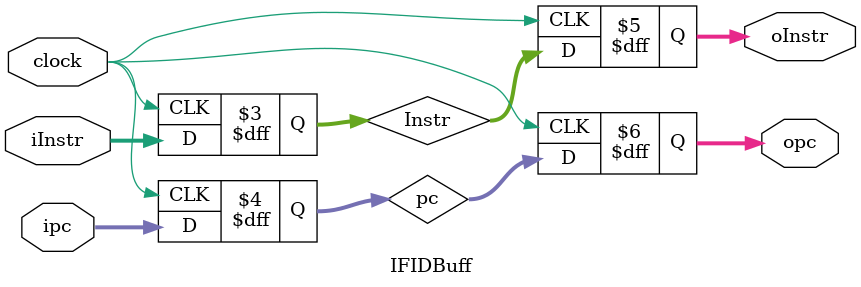
<source format=v>
module IFIDBuff(clock, iInstr, oInstr, ipc, opc);
input clock;
input [31:0]iInstr, ipc;

reg [31:0]Instr, pc;

output reg [31:0]oInstr, opc;

always @(posedge clock) begin
	oInstr <= Instr;
	opc <= pc;

	Instr <= iInstr;
	pc <= ipc;
end

initial begin
    oInstr = 0;
	opc = 0;
end
endmodule

</source>
